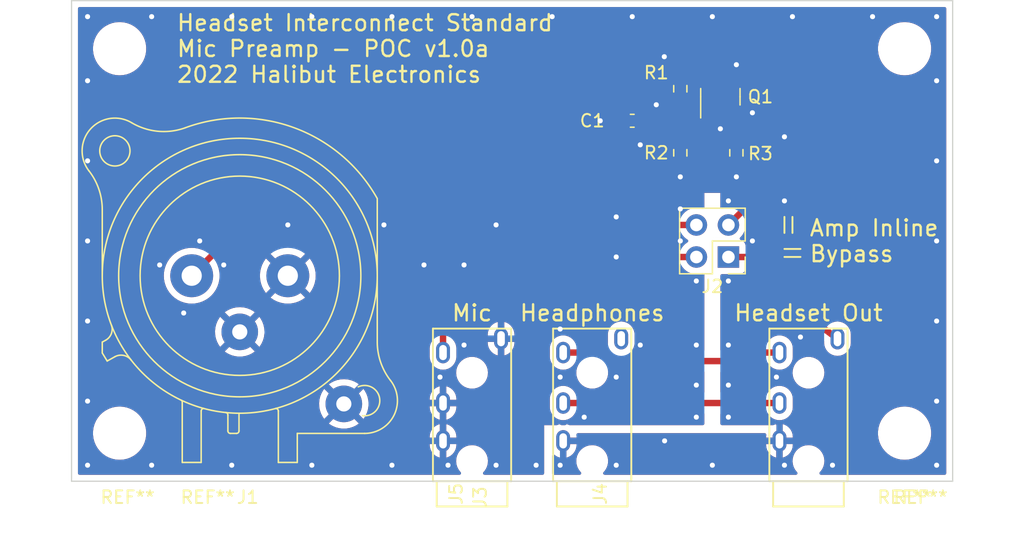
<source format=kicad_pcb>
(kicad_pcb (version 20211014) (generator pcbnew)
  (layers (0 "F.Cu" signal) (31 "B.Cu" signal) (34 "B.Paste" user) (35 "F.Paste" user) (36 "B.SilkS" user "B.Silkscreen") (37 "F.SilkS" user "F.Silkscreen") (38 "B.Mask" user) (39 "F.Mask" user) (44 "Edge.Cuts" user))
  (net 0 "")
  (net 1 "Amp In")
  (net 2 "Net-(C1-Pad2)")
  (net 3 "GND")
  (net 4 "Mic In")
  (net 5 "Mic HIS")
  (net 6 "Amp Out")
  (net 7 "Net-(J3-PadR1)")
  (net 8 "Net-(J3-PadT)")
  (net 10 "Net-(Q1-Pad2)")
  (footprint "Connector_PinHeader_2.54mm:PinHeader_2x02_P2.54mm_Vertical" (layer "F.Cu") (at 134.625 77.475 180)
    (fp_text reference "J2" (at 1.27 -2.33) (layer "F.SilkS"))
    (fp_text value "Mic Amp Bypass")
    (fp_line (start 3.87 -1.33) (end 3.87 3.87) (layer "F.SilkS") (width 0.12))
    (fp_line (start -1.33 -1.33) (end 0 -1.33) (layer "F.SilkS") (width 0.12))
    (fp_line (start 1.27 -1.33) (end 3.87 -1.33) (layer "F.SilkS") (width 0.12))
    (fp_line (start -1.33 0) (end -1.33 -1.33) (layer "F.SilkS") (width 0.12))
    (fp_line (start -1.33 1.27) (end 1.27 1.27) (layer "F.SilkS") (width 0.12))
    (fp_line (start -1.33 3.87) (end 3.87 3.87) (layer "F.SilkS") (width 0.12))
    (fp_line (start -1.33 1.27) (end -1.33 3.87) (layer "F.SilkS") (width 0.12))
    (fp_line (start 1.27 1.27) (end 1.27 -1.33) (layer "F.SilkS") (width 0.12))
    (pad "1" thru_hole rect (at 0 0 180) (size 1.7 1.7) (drill 1) (layers *.Cu *.Mask) (net 5 "Mic HIS"))
    (pad "2" thru_hole oval (at 2.54 0 180) (size 1.7 1.7) (drill 1) (layers *.Cu *.Mask) (net 4 "Mic In"))
    (pad "3" thru_hole oval (at 0 2.54 180) (size 1.7 1.7) (drill 1) (layers *.Cu *.Mask) (net 6 "Amp Out"))
    (pad "4" thru_hole oval (at 2.54 2.54 180) (size 1.7 1.7) (drill 1) (layers *.Cu *.Mask) (net 1 "Amp In"))
  )
  (footprint "Package_TO_SOT_SMD:SOT-23" (layer "F.Cu") (at 133.985 64.77 90)
    (fp_text reference "Q1" (at 0 3.175 180) (layer "F.SilkS"))
    (fp_text value "S9013")
    (fp_line (start 0 -1.56) (end 0.65 -1.56) (layer "F.SilkS") (width 0.12))
    (fp_line (start 0 -1.56) (end -1.675 -1.56) (layer "F.SilkS") (width 0.12))
    (fp_line (start 0 1.56) (end -0.65 1.56) (layer "F.SilkS") (width 0.12))
    (fp_line (start 0 1.56) (end 0.65 1.56) (layer "F.SilkS") (width 0.12))
    (pad "1" smd roundrect (at -0.9375 -0.95 90) (size 1.475 0.6) (layers "F.Cu" "F.Paste" "F.Mask") (net 2 "Net-(C1-Pad2)"))
    (pad "2" smd roundrect (at -0.9375 0.95 90) (size 1.475 0.6) (layers "F.Cu" "F.Paste" "F.Mask") (net 10 "Net-(Q1-Pad2)"))
    (pad "3" smd roundrect (at 0.9375 0 90) (size 1.475 0.6) (layers "F.Cu" "F.Paste" "F.Mask") (net 6 "Amp Out"))
  )
  (footprint "Connector_Audio:Jack_XLR_Neutrik_NC3FAAV2-0_Vertical" (layer "F.Cu") (at 99.695 78.96)
    (fp_text reference "J1" (at -3.175 17.56) (layer "F.SilkS"))
    (fp_text value "XLR3_Ground")
    (fp_line (start -0.75 10.73) (end -0.75 10.73) (layer "F.SilkS") (width 0.12))
    (fp_line (start 0.75 14.8) (end 0.75 12.5) (layer "F.SilkS") (width 0.12))
    (fp_line (start 7.09 5.24) (end 7.09 -6.12) (layer "F.SilkS") (width 0.12))
    (fp_line (start -14.32 6.76) (end -14.71 6.12) (layer "F.SilkS") (width 0.12))
    (fp_line (start -14.71 5.26) (end -14.44 5.11) (layer "F.SilkS") (width 0.12))
    (fp_line (start -0.75 14.8) (end -0.75 10.73) (layer "F.SilkS") (width 0.12))
    (fp_line (start -4.75 11.04) (end -4.75 12.3) (layer "F.SilkS") (width 0.12))
    (fp_line (start -4.07 12.5) (end -4.55 12.5) (layer "F.SilkS") (width 0.12))
    (fp_line (start 0.75 14.8) (end -0.75 14.8) (layer "F.SilkS") (width 0.12))
    (fp_line (start -3.87 10.9) (end -3.87 12.3) (layer "F.SilkS") (width 0.12))
    (fp_line (start 0.75 12.5) (end 6.09 12.5) (layer "F.SilkS") (width 0.12))
    (fp_line (start -13.71 6.42) (end -14.32 6.76) (layer "F.SilkS") (width 0.12))
    (fp_line (start -14.71 6.12) (end -14.71 5.26) (layer "F.SilkS") (width 0.12))
    (fp_line (start -6.87 14.8) (end -8.37 14.8) (layer "F.SilkS") (width 0.12))
    (fp_line (start -8.37 10.03) (end -8.37 14.8) (layer "F.SilkS") (width 0.12))
    (fp_line (start -6.87 14.8) (end -6.87 10.73) (layer "F.SilkS") (width 0.12))
    (fp_line (start -14.71 0) (end -14.71 -5.24) (layer "F.SilkS") (width 0.12))
    (fp_arc (start -4.908418 10.84437) (mid -4.794571 10.914136) (end -4.75 11.04) (layer "F.SilkS") (width 0.12))
    (fp_arc (start -0.949009 10.520288) (mid -0.807671 10.585446) (end -0.75 10.73) (layer "F.SilkS") (width 0.12))
    (fp_arc (start -15.766689 -8.317569) (mid -14.98153 -6.866962) (end -14.71 -5.24) (layer "F.SilkS") (width 0.12))
    (fp_arc (start -3.87 12.3) (mid -3.928579 12.441421) (end -4.07 12.5) (layer "F.SilkS") (width 0.12))
    (fp_arc (start -8.118081 -11.733841) (mid -10.293498 -11.453642) (end -12.38 -12.13) (layer "F.SilkS") (width 0.12))
    (fp_arc (start -6.87 10.73) (mid -6.814828 10.588126) (end -6.678303 10.520799) (layer "F.SilkS") (width 0.12))
    (fp_arc (start -15.761979 -8.309032) (mid -15.65429 -11.620911) (end -12.38 -12.13) (layer "F.SilkS") (width 0.12))
    (fp_arc (start 5.584454 8.809393) (mid 7.279278 9.725021) (end 5.92 11.09) (layer "F.SilkS") (width 0.12))
    (fp_arc (start -4.55 12.5) (mid -4.691421 12.441421) (end -4.75 12.3) (layer "F.SilkS") (width 0.12))
    (fp_arc (start -8.12905 -11.730738) (mid 0.51404 -11.7289) (end 7.09 -6.12) (layer "F.SilkS") (width 0.12))
    (fp_arc (start 8.141619 8.302858) (mid 8.42587 11.041804) (end 6.09 12.5) (layer "F.SilkS") (width 0.12))
    (fp_arc (start -13.969214 3.951372) (mid -13.999461 4.614043) (end -14.44 5.11) (layer "F.SilkS") (width 0.12))
    (fp_arc (start -13.71 6.42) (mid -13.01025 6.315915) (end -12.412202 6.693832) (layer "F.SilkS") (width 0.12))
    (fp_arc (start 8.14247 8.305283) (mid 7.360446 6.860467) (end 7.09 5.24) (layer "F.SilkS") (width 0.12))
    (fp_arc (start -8.436364 9.870864) (mid -8.385177 9.942924) (end -8.37 10.03) (layer "F.SilkS") (width 0.12))
    (fp_circle (center -3.81 0) (end 5.79 0) (layer "F.SilkS") (width 0.12) (fill none))
    (fp_circle (center -3.81 0) (end 7.09 0) (layer "F.SilkS") (width 0.12) (fill none))
    (fp_circle (center -3.81 0) (end 4.09 0) (layer "F.SilkS") (width 0.12) (fill none))
    (fp_circle (center -13.71 -9.9) (end -12.51 -9.9) (layer "F.SilkS") (width 0.12) (fill none))
    (pad "1" thru_hole circle (at 0 0) (size 3.4 3.4) (drill 1.6) (layers *.Cu *.Mask) (net 3 "GND"))
    (pad "2" thru_hole circle (at -7.62 0) (size 3.4 3.4) (drill 1.6) (layers *.Cu *.Mask) (net 4 "Mic In"))
    (pad "3" thru_hole circle (at -3.81 4.45) (size 2.9 2.9) (drill 1.2) (layers *.Cu *.Mask) (net 3 "GND"))
    (pad "G" thru_hole circle (at 4.44 10.16) (size 2.9 2.9) (drill 1.2) (layers *.Cu *.Mask) (net 3 "GND"))
  )
  (footprint "Libraries:Conn-3.5mm-TRRS-PJ-320L" (layer "F.Cu") (at 123.825 95.25 90)
    (fp_text reference "J3" (at -1.27 -8.89 90) (layer "F.SilkS"))
    (fp_text value "Headphone")
    (fp_line (start -2 2.8) (end 0 2.8) (layer "F.SilkS") (width 0.15))
    (fp_line (start 0 -2.8) (end -2 -2.8) (layer "F.SilkS") (width 0.15))
    (fp_line (start 12.1 3.1) (end 12.1 -3.1) (layer "F.SilkS") (width 0.15))
    (fp_line (start -2 -2.8) (end -2 2.8) (layer "F.SilkS") (width 0.15))
    (fp_line (start 0 -3.1) (end 0 3.1) (layer "F.SilkS") (width 0.15))
    (fp_line (start 12.1 -3.1) (end 0 -3.1) (layer "F.SilkS") (width 0.15))
    (fp_line (start 0 3.1) (end 12.1 3.1) (layer "F.SilkS") (width 0.15))
    (pad "" np_thru_hole circle locked (at 8.6 0 90) (size 1.5 1.5) (drill 1.5) (layers *.Cu *.Mask))
    (pad "" np_thru_hole circle locked (at 1.6 0 90) (size 1.5 1.5) (drill 1.5) (layers *.Cu *.Mask))
    (pad "R1" thru_hole oval locked (at 6.2 -2.3 90) (size 1.7 1.1) (drill oval 1.2 0.6) (layers *.Cu *.Mask) (net 7 "Net-(J3-PadR1)"))
    (pad "R2" thru_hole oval locked (at 3.2 -2.3 90) (size 1.7 1.1) (drill oval 1.2 0.6) (layers *.Cu *.Mask) (net 3 "GND"))
    (pad "S" thru_hole oval locked (at 11.3 2.3 90) (size 1.7 1.1) (drill oval 1.2 0.6) (layers *.Cu *.Mask))
    (pad "T" thru_hole oval locked (at 10.2 -2.3 90) (size 1.7 1.1) (drill oval 1.2 0.6) (layers *.Cu *.Mask) (net 8 "Net-(J3-PadT)"))
  )
  (footprint "MountingHole:MountingHole_3.2mm_M3" (layer "F.Cu") (at 86.36 91.44)
    (fp_text reference "REF**" (at 0.635 5.08) (layer "F.SilkS"))
    (fp_text value "MountingHole_3.2mm_M3")
    (pad "" np_thru_hole circle (at 0 0) (size 3.2 3.2) (drill 3.2) (layers *.Cu *.Mask))
  )
  (footprint "MountingHole:MountingHole_3.2mm_M3" (layer "F.Cu") (at 148.59 91.44)
    (fp_text reference "REF**" (at 0 5.08) (layer "F.SilkS"))
    (fp_text value "MountingHole_3.2mm_M3")
    (pad "" np_thru_hole circle (at 0 0) (size 3.2 3.2) (drill 3.2) (layers *.Cu *.Mask))
  )
  (footprint "Resistor_SMD:R_0603_1608Metric_Pad0.98x0.95mm_HandSolder" (layer "F.Cu") (at 130.81 69.215 -90)
    (fp_text reference "R2" (at 0 1.905 180) (layer "F.SilkS"))
    (fp_text value "27k")
    (fp_line (start -0.254724 0.5225) (end 0.254724 0.5225) (layer "F.SilkS") (width 0.12))
    (fp_line (start -0.254724 -0.5225) (end 0.254724 -0.5225) (layer "F.SilkS") (width 0.12))
    (pad "1" smd roundrect (at -0.9125 0 270) (size 0.975 0.95) (layers "F.Cu" "F.Paste" "F.Mask") (net 2 "Net-(C1-Pad2)"))
    (pad "2" smd roundrect (at 0.9125 0 270) (size 0.975 0.95) (layers "F.Cu" "F.Paste" "F.Mask") (net 3 "GND"))
  )
  (footprint "Capacitor_SMD:C_0603_1608Metric_Pad1.08x0.95mm_HandSolder" (layer "F.Cu") (at 127 66.675)
    (fp_text reference "C1" (at -3.175 0) (layer "F.SilkS"))
    (fp_text value "1uF")
    (fp_line (start -0.146267 -0.51) (end 0.146267 -0.51) (layer "F.SilkS") (width 0.12))
    (fp_line (start -0.146267 0.51) (end 0.146267 0.51) (layer "F.SilkS") (width 0.12))
    (pad "1" smd roundrect (at -0.8625 0) (size 1.075 0.95) (layers "F.Cu" "F.Paste" "F.Mask") (net 1 "Amp In"))
    (pad "2" smd roundrect (at 0.8625 0) (size 1.075 0.95) (layers "F.Cu" "F.Paste" "F.Mask") (net 2 "Net-(C1-Pad2)"))
  )
  (footprint "Libraries:Conn-3.5mm-TRRS-PJ-320L" (layer "F.Cu") (at 140.97 95.25 90)
    (fp_text reference "J4" (at -1 -16.51 90) (layer "F.SilkS"))
    (fp_text value "Headset")
    (fp_line (start 12.1 3.1) (end 12.1 -3.1) (layer "F.SilkS") (width 0.15))
    (fp_line (start 0 -2.8) (end -2 -2.8) (layer "F.SilkS") (width 0.15))
    (fp_line (start -2 2.8) (end 0 2.8) (layer "F.SilkS") (width 0.15))
    (fp_line (start 12.1 -3.1) (end 0 -3.1) (layer "F.SilkS") (width 0.15))
    (fp_line (start 0 3.1) (end 12.1 3.1) (layer "F.SilkS") (width 0.15))
    (fp_line (start 0 -3.1) (end 0 3.1) (layer "F.SilkS") (width 0.15))
    (fp_line (start -2 -2.8) (end -2 2.8) (layer "F.SilkS") (width 0.15))
    (pad "" np_thru_hole circle locked (at 1.6 0 90) (size 1.5 1.5) (drill 1.5) (layers *.Cu *.Mask))
    (pad "" np_thru_hole circle locked (at 8.6 0 90) (size 1.5 1.5) (drill 1.5) (layers *.Cu *.Mask))
    (pad "R1" thru_hole oval locked (at 6.2 -2.3 90) (size 1.7 1.1) (drill oval 1.2 0.6) (layers *.Cu *.Mask) (net 7 "Net-(J3-PadR1)"))
    (pad "R2" thru_hole oval locked (at 3.2 -2.3 90) (size 1.7 1.1) (drill oval 1.2 0.6) (layers *.Cu *.Mask) (net 3 "GND"))
    (pad "S" thru_hole oval locked (at 11.3 2.3 90) (size 1.7 1.1) (drill oval 1.2 0.6) (layers *.Cu *.Mask) (net 5 "Mic HIS"))
    (pad "T" thru_hole oval locked (at 10.2 -2.3 90) (size 1.7 1.1) (drill oval 1.2 0.6) (layers *.Cu *.Mask) (net 8 "Net-(J3-PadT)"))
  )
  (footprint "Libraries:Conn-3.5mm-TRRS-PJ-320L" (layer "F.Cu") (at 114.3 95.25 90)
    (fp_text reference "J5" (at -1 -1.27 90) (layer "F.SilkS"))
    (fp_text value "Mic")
    (fp_line (start 0 -2.8) (end -2 -2.8) (layer "F.SilkS") (width 0.15))
    (fp_line (start -2 2.8) (end 0 2.8) (layer "F.SilkS") (width 0.15))
    (fp_line (start 12.1 3.1) (end 12.1 -3.1) (layer "F.SilkS") (width 0.15))
    (fp_line (start 0 3.1) (end 12.1 3.1) (layer "F.SilkS") (width 0.15))
    (fp_line (start 12.1 -3.1) (end 0 -3.1) (layer "F.SilkS") (width 0.15))
    (fp_line (start -2 -2.8) (end -2 2.8) (layer "F.SilkS") (width 0.15))
    (fp_line (start 0 -3.1) (end 0 3.1) (layer "F.SilkS") (width 0.15))
    (pad "" np_thru_hole circle locked (at 8.6 0 90) (size 1.5 1.5) (drill 1.5) (layers *.Cu *.Mask))
    (pad "" np_thru_hole circle locked (at 1.6 0 90) (size 1.5 1.5) (drill 1.5) (layers *.Cu *.Mask))
    (pad "R1" thru_hole oval locked (at 6.2 -2.3 90) (size 1.7 1.1) (drill oval 1.2 0.6) (layers *.Cu *.Mask) (net 3 "GND"))
    (pad "R2" thru_hole oval locked (at 3.2 -2.3 90) (size 1.7 1.1) (drill oval 1.2 0.6) (layers *.Cu *.Mask) (net 3 "GND"))
    (pad "S" thru_hole oval locked (at 11.3 2.3 90) (size 1.7 1.1) (drill oval 1.2 0.6) (layers *.Cu *.Mask) (net 3 "GND"))
    (pad "T" thru_hole oval locked (at 10.2 -2.3 90) (size 1.7 1.1) (drill oval 1.2 0.6) (layers *.Cu *.Mask) (net 4 "Mic In"))
  )
  (footprint "Resistor_SMD:R_0603_1608Metric_Pad0.98x0.95mm_HandSolder" (layer "F.Cu") (at 135.255 69.215 -90)
    (fp_text reference "R3" (at 0.065 -1.905 180) (layer "F.SilkS"))
    (fp_text value "470")
    (fp_line (start -0.254724 0.5225) (end 0.254724 0.5225) (layer "F.SilkS") (width 0.12))
    (fp_line (start -0.254724 -0.5225) (end 0.254724 -0.5225) (layer "F.SilkS") (width 0.12))
    (pad "1" smd roundrect (at -0.9125 0 270) (size 0.975 0.95) (layers "F.Cu" "F.Paste" "F.Mask") (net 10 "Net-(Q1-Pad2)"))
    (pad "2" smd roundrect (at 0.9125 0 270) (size 0.975 0.95) (layers "F.Cu" "F.Paste" "F.Mask") (net 3 "GND"))
  )
  (footprint "MountingHole:MountingHole_3.2mm_M3" (layer "F.Cu") (at 86.36 60.96)
    (fp_text reference "REF**" (at 6.985 35.56) (layer "F.SilkS"))
    (fp_text value "MountingHole_3.2mm_M3")
    (pad "" np_thru_hole circle (at 0 0) (size 3.2 3.2) (drill 3.2) (layers *.Cu *.Mask))
  )
  (footprint "MountingHole:MountingHole_3.2mm_M3" (layer "F.Cu") (at 148.59 60.96)
    (fp_text reference "REF**" (at 1.27 35.56) (layer "F.SilkS"))
    (fp_text value "MountingHole_3.2mm_M3")
    (pad "" np_thru_hole circle (at 0 0) (size 3.2 3.2) (drill 3.2) (layers *.Cu *.Mask))
  )
  (footprint "Resistor_SMD:R_0603_1608Metric_Pad0.98x0.95mm_HandSolder" (layer "F.Cu") (at 130.81 64.135 -90)
    (fp_text reference "R1" (at -1.27 1.905 180) (layer "F.SilkS"))
    (fp_text value "75k")
    (fp_line (start -0.254724 -0.5225) (end 0.254724 -0.5225) (layer "F.SilkS") (width 0.12))
    (fp_line (start -0.254724 0.5225) (end 0.254724 0.5225) (layer "F.SilkS") (width 0.12))
    (pad "1" smd roundrect (at -0.9125 0 270) (size 0.975 0.95) (layers "F.Cu" "F.Paste" "F.Mask") (net 6 "Amp Out"))
    (pad "2" smd roundrect (at 0.9125 0 270) (size 0.975 0.95) (layers "F.Cu" "F.Paste" "F.Mask") (net 2 "Net-(C1-Pad2)"))
  )
  (gr_line (start 139.065 77.47) (end 140.335 77.47) (layer "F.SilkS") (width 0.15))
  (gr_line (start 139.7 75.565) (end 139.7 74.295) (layer "F.SilkS") (width 0.15))
  (gr_line (start 139.065 74.295) (end 139.065 75.565) (layer "F.SilkS") (width 0.15))
  (gr_line (start 139.065 76.835) (end 140.335 76.835) (layer "F.SilkS") (width 0.15))
  (gr_line (start 82.55 95.25) (end 82.55 57.15) (layer "Edge.Cuts") (width 0.1))
  (gr_line (start 82.55 57.15) (end 152.4 57.15) (layer "Edge.Cuts") (width 0.1))
  (gr_line (start 152.4 57.15) (end 152.4 95.25) (layer "Edge.Cuts") (width 0.1))
  (gr_line (start 152.4 95.25) (end 82.55 95.25) (layer "Edge.Cuts") (width 0.1))
  (gr_text "Headset Out" (at 140.97 81.915) (layer "F.SilkS") (effects (font (size 1.27 1.27) (thickness 0.1905))))
  (gr_text "Amp Inline\nBypass" (at 140.97 76.2) (layer "F.SilkS") (effects (font (size 1.27 1.27) (thickness 0.1905)) (justify left)))
  (gr_text "Headphones" (at 123.825 81.915) (layer "F.SilkS") (effects (font (size 1.27 1.27) (thickness 0.1905))))
  (gr_text "Headset Interconnect Standard\nMic Preamp - POC v1.0a\n2022 Halibut Electronics" (at 90.805 60.96) (layer "F.SilkS") (effects (font (size 1.27 1.27) (thickness 0.1905)) (justify left)))
  (gr_text "Mic" (at 114.3 81.915) (layer "F.SilkS") (effects (font (size 1.27 1.27) (thickness 0.1905))))
  (segment (start 128.91 74.935) (end 132.085 74.935) (width 0.508) (layer "F.Cu") (net 1))
  (segment (start 126.1375 72.1625) (end 128.91 74.935) (width 0.508) (layer "F.Cu") (net 1))
  (segment (start 126.1375 66.675) (end 126.1375 72.1625) (width 0.508) (layer "F.Cu") (net 1))
  (segment (start 130.81 66.675) (end 132.0675 66.675) (width 0.508) (layer "F.Cu") (net 2))
  (segment (start 127.8625 66.675) (end 130.81 66.675) (width 0.508) (layer "F.Cu") (net 2))
  (segment (start 130.81 68.3025) (end 130.81 66.675) (width 0.508) (layer "F.Cu") (net 2))
  (segment (start 130.81 66.675) (end 130.81 65.0475) (width 0.508) (layer "F.Cu") (net 2))
  (segment (start 132.0675 66.675) (end 133.035 65.7075) (width 0.508) (layer "F.Cu") (net 2))
  (segment (start 129.565 92.05) (end 121.525 92.05) (width 0.508) (layer "F.Cu") (net 3))
  (segment (start 135.255 70.1275) (end 135.255 71.12) (width 0.508) (layer "F.Cu") (net 3))
  (segment (start 138.67 92.05) (end 129.565 92.05) (width 0.508) (layer "F.Cu") (net 3))
  (segment (start 130.81 70.1275) (end 130.81 71.12) (width 0.508) (layer "F.Cu") (net 3))
  (via (at 134.62 79.375) (size 0.8) (drill 0.4) (layers "F.Cu" "B.Cu") (net 3))
  (via (at 140.335 83.82) (size 0.8) (drill 0.4) (layers "F.Cu" "B.Cu") (net 3))
  (via (at 101.6 93.98) (size 0.8) (drill 0.4) (layers "F.Cu" "B.Cu") (net 3))
  (via (at 133.35 58.42) (size 0.8) (drill 0.4) (layers "F.Cu" "B.Cu") (net 3))
  (via (at 127.635 84.455) (size 0.8) (drill 0.4) (layers "F.Cu" "B.Cu") (net 3))
  (via (at 127.635 68.58) (size 0.8) (drill 0.4) (layers "F.Cu" "B.Cu") (net 3))
  (via (at 136.525 66.04) (size 0.8) (drill 0.4) (layers "F.Cu" "B.Cu") (net 3))
  (via (at 135.255 71.12) (size 0.8) (drill 0.4) (layers "F.Cu" "B.Cu") (net 3))
  (via (at 123.19 90.17) (size 0.8) (drill 0.4) (layers "F.Cu" "B.Cu") (net 3))
  (via (at 92.71 76.2) (size 0.8) (drill 0.4) (layers "F.Cu" "B.Cu") (net 3))
  (via (at 129.54 61.595) (size 0.8) (drill 0.4) (layers "F.Cu" "B.Cu") (net 3))
  (via (at 83.82 88.9) (size 0.8) (drill 0.4) (layers "F.Cu" "B.Cu") (net 3))
  (via (at 129.565 92.05) (size 0.8) (drill 0.4) (layers "F.Cu" "B.Cu") (net 3))
  (via (at 133.35 93.98) (size 0.8) (drill 0.4) (layers "F.Cu" "B.Cu") (net 3))
  (via (at 128.905 65.405) (size 0.8) (drill 0.4) (layers "F.Cu" "B.Cu") (net 3))
  (via (at 121.285 83.185) (size 0.8) (drill 0.4) (layers "F.Cu" "B.Cu") (net 3))
  (via (at 99.695 74.93) (size 0.8) (drill 0.4) (layers "F.Cu" "B.Cu") (net 3))
  (via (at 116.205 74.93) (size 0.8) (drill 0.4) (layers "F.Cu" "B.Cu") (net 3))
  (via (at 120.65 58.42) (size 0.8) (drill 0.4) (layers "F.Cu" "B.Cu") (net 3))
  (via (at 83.82 76.2) (size 0.8) (drill 0.4) (layers "F.Cu" "B.Cu") (net 3))
  (via (at 107.95 58.42) (size 0.8) (drill 0.4) (layers "F.Cu" "B.Cu") (net 3))
  (via (at 130.81 73.66) (size 0.8) (drill 0.4) (layers "F.Cu" "B.Cu") (net 3))
  (via (at 151.13 69.85) (size 0.8) (drill 0.4) (layers "F.Cu" "B.Cu") (net 3))
  (via (at 142.875 93.98) (size 0.8) (drill 0.4) (layers "F.Cu" "B.Cu") (net 3))
  (via (at 139.7 58.42) (size 0.8) (drill 0.4) (layers "F.Cu" "B.Cu") (net 3))
  (via (at 151.13 82.55) (size 0.8) (drill 0.4) (layers "F.Cu" "B.Cu") (net 3))
  (via (at 151.13 63.5) (size 0.8) (drill 0.4) (layers "F.Cu" "B.Cu") (net 3))
  (via (at 83.82 93.98) (size 0.8) (drill 0.4) (layers "F.Cu" "B.Cu") (net 3))
  (via (at 107.315 74.93) (size 0.8) (drill 0.4) (layers "F.Cu" "B.Cu") (net 3))
  (via (at 119.38 93.98) (size 0.8) (drill 0.4) (layers "F.Cu" "B.Cu") (net 3))
  (via (at 125.73 77.47) (size 0.8) (drill 0.4) (layers "F.Cu" "B.Cu") (net 3))
  (via (at 134.62 73.025) (size 0.8) (drill 0.4) (layers "F.Cu" "B.Cu") (net 3))
  (via (at 127 58.42) (size 0.8) (drill 0.4) (layers "F.Cu" "B.Cu") (net 3))
  (via (at 146.05 58.42) (size 0.8) (drill 0.4) (layers "F.Cu" "B.Cu") (net 3))
  (via (at 151.13 93.98) (size 0.8) (drill 0.4) (layers "F.Cu" "B.Cu") (net 3))
  (via (at 134.62 84.455) (size 0.8) (drill 0.4) (layers "F.Cu" "B.Cu") (net 3))
  (via (at 112.395 93.98) (size 0.8) (drill 0.4) (layers "F.Cu" "B.Cu") (net 3))
  (via (at 113.665 78.105) (size 0.8) (drill 0.4) (layers "F.Cu" "B.Cu") (net 3))
  (via (at 132.08 90.17) (size 0.8) (drill 0.4) (layers "F.Cu" "B.Cu") (net 3))
  (via (at 83.82 82.55) (size 0.8) (drill 0.4) (layers "F.Cu" "B.Cu") (net 3))
  (via (at 125.73 93.98) (size 0.8) (drill 0.4) (layers "F.Cu" "B.Cu") (net 3))
  (via (at 101.6 58.42) (size 0.8) (drill 0.4) (layers "F.Cu" "B.Cu") (net 3))
  (via (at 95.25 58.42) (size 0.8) (drill 0.4) (layers "F.Cu" "B.Cu") (net 3))
  (via (at 134.62 90.17) (size 0.8) (drill 0.4) (layers "F.Cu" "B.Cu") (net 3))
  (via (at 88.9 93.98) (size 0.8) (drill 0.4) (layers "F.Cu" "B.Cu") (net 3))
  (via (at 95.25 93.98) (size 0.8) (drill 0.4) (layers "F.Cu" "B.Cu") (net 3))
  (via (at 89.535 78.105) (size 0.8) (drill 0.4) (layers "F.Cu" "B.Cu") (net 3))
  (via (at 132.08 87.63) (size 0.8) (drill 0.4) (layers "F.Cu" "B.Cu") (net 3))
  (via (at 151.13 88.9) (size 0.8) (drill 0.4) (layers "F.Cu" "B.Cu") (net 3))
  (via (at 124.46 66.675) (size 0.8) (drill 0.4) (layers "F.Cu" "B.Cu") (net 3))
  (via (at 125.73 74.295) (size 0.8) (drill 0.4) (layers "F.Cu" "B.Cu") (net 3))
  (via (at 83.82 69.85) (size 0.8) (drill 0.4) (layers "F.Cu" "B.Cu") (net 3))
  (via (at 134.62 87.63) (size 0.8) (drill 0.4) (layers "F.Cu" "B.Cu") (net 3))
  (via (at 94.615 78.105) (size 0.8) (drill 0.4) (layers "F.Cu" "B.Cu") (net 3))
  (via (at 132.08 79.375) (size 0.8) (drill 0.4) (layers "F.Cu" "B.Cu") (net 3))
  (via (at 136.525 76.2) (size 0.8) (drill 0.4) (layers "F.Cu" "B.Cu") (net 3))
  (via (at 114.3 58.42) (size 0.8) (drill 0.4) (layers "F.Cu" "B.Cu") (net 3))
  (via (at 139.065 67.945) (size 0.8) (drill 0.4) (layers "F.Cu" "B.Cu") (net 3))
  (via (at 121.285 93.98) (size 0.8) (drill 0.4) (layers "F.Cu" "B.Cu") (net 3))
  (via (at 135.255 62.23) (size 0.8) (drill 0.4) (layers "F.Cu" "B.Cu") (net 3))
  (via (at 83.82 58.42) (size 0.8) (drill 0.4) (layers "F.Cu" "B.Cu") (net 3))
  (via (at 111.76 86.995) (size 0.8) (drill 0.4) (layers "F.Cu" "B.Cu") (net 3))
  (via (at 132.08 84.455) (size 0.8) (drill 0.4) (layers "F.Cu" "B.Cu") (net 3))
  (via (at 121.285 86.995) (size 0.8) (drill 0.4) (layers "F.Cu" "B.Cu") (net 3))
  (via (at 91.44 81.915) (size 0.8) (drill 0.4) (layers "F.Cu" "B.Cu") (net 3))
  (via (at 116.205 93.98) (size 0.8) (drill 0.4) (layers "F.Cu" "B.Cu") (net 3))
  (via (at 139.065 93.98) (size 0.8) (drill 0.4) (layers "F.Cu" "B.Cu") (net 3))
  (via (at 139.065 73.025) (size 0.8) (drill 0.4) (layers "F.Cu" "B.Cu") (net 3))
  (via (at 133.985 67.31) (size 0.8) (drill 0.4) (layers "F.Cu" "B.Cu") (net 3))
  (via (at 107.95 93.98) (size 0.8) (drill 0.4) (layers "F.Cu" "B.Cu") (net 3))
  (via (at 138.43 86.995) (size 0.8) (drill 0.4) (layers "F.Cu" "B.Cu") (net 3))
  (via (at 125.73 86.995) (size 0.8) (drill 0.4) (layers "F.Cu" "B.Cu") (net 3))
  (via (at 110.49 78.105) (size 0.8) (drill 0.4) (layers "F.Cu" "B.Cu") (net 3))
  (via (at 113.665 84.455) (size 0.8) (drill 0.4) (layers "F.Cu" "B.Cu") (net 3))
  (via (at 130.81 71.12) (size 0.8) (drill 0.4) (layers "F.Cu" "B.Cu") (net 3))
  (via (at 151.13 58.42) (size 0.8) (drill 0.4) (layers "F.Cu" "B.Cu") (net 3))
  (via (at 130.81 76.2) (size 0.8) (drill 0.4) (layers "F.Cu" "B.Cu") (net 3))
  (via (at 151.13 76.2) (size 0.8) (drill 0.4) (layers "F.Cu" "B.Cu") (net 3))
  (via (at 88.9 58.42) (size 0.8) (drill 0.4) (layers "F.Cu" "B.Cu") (net 3))
  (via (at 83.82 63.5) (size 0.8) (drill 0.4) (layers "F.Cu" "B.Cu") (net 3))
  (segment (start 112 76.44) (end 111.76 76.2) (width 0.508) (layer "F.Cu") (net 4))
  (segment (start 127.64 77.475) (end 132.085 77.475) (width 0.508) (layer "F.Cu") (net 4))
  (segment (start 94.835 76.2) (end 92.075 78.96) (width 0.508) (layer "F.Cu") (net 4))
  (segment (start 112 85.05) (end 112 76.44) (width 0.508) (layer "F.Cu") (net 4))
  (segment (start 111.76 76.2) (end 126.365 76.2) (width 0.508) (layer "F.Cu") (net 4))
  (segment (start 111.76 76.2) (end 94.835 76.2) (width 0.508) (layer "F.Cu") (net 4))
  (segment (start 126.365 76.2) (end 127.64 77.475) (width 0.508) (layer "F.Cu") (net 4))
  (segment (start 142.24 83.185) (end 143.27 83.95) (width 0.508) (layer "F.Cu") (net 5))
  (segment (start 136.53 77.475) (end 142.24 83.185) (width 0.508) (layer "F.Cu") (net 5))
  (segment (start 134.625 77.475) (end 136.53 77.475) (width 0.508) (layer "F.Cu") (net 5))
  (segment (start 137.795 71.765) (end 137.795 65.405) (width 0.508) (layer "F.Cu") (net 6))
  (segment (start 136.2225 63.8325) (end 133.985 63.8325) (width 0.508) (layer "F.Cu") (net 6))
  (segment (start 133.375 63.2225) (end 133.985 63.8325) (width 0.508) (layer "F.Cu") (net 6))
  (segment (start 130.81 63.2225) (end 133.375 63.2225) (width 0.508) (layer "F.Cu") (net 6))
  (segment (start 134.625 74.935) (end 137.795 71.765) (width 0.508) (layer "F.Cu") (net 6))
  (segment (start 137.795 65.405) (end 136.2225 63.8325) (width 0.508) (layer "F.Cu") (net 6))
  (segment (start 121.525 89.05) (end 138.67 89.05) (width 0.508) (layer "F.Cu") (net 7))
  (segment (start 124.42 85.05) (end 125.095 85.725) (width 0.508) (layer "F.Cu") (net 8))
  (segment (start 125.095 85.725) (end 135.255 85.725) (width 0.508) (layer "F.Cu") (net 8))
  (segment (start 135.93 85.05) (end 138.67 85.05) (width 0.508) (layer "F.Cu") (net 8))
  (segment (start 135.255 85.725) (end 135.93 85.05) (width 0.508) (layer "F.Cu") (net 8))
  (segment (start 121.525 85.05) (end 124.42 85.05) (width 0.508) (layer "F.Cu") (net 8))
  (segment (start 135.255 68.3025) (end 135.255 66.0275) (width 0.508) (layer "F.Cu") (net 10))
  (segment (start 135.255 66.0275) (end 134.935 65.7075) (width 0.508) (layer "F.Cu") (net 10))
  (zone (net 3) (net_name "GND") (layers F&B.Cu) (connect_pads (clearance 0.508)) (min_thickness 0.254) (fill yes (thermal_gap 0.508) (thermal_bridge_width 0.508))
    (polygon (pts (xy 153.035 95.25) (xy 82.55 95.25) (xy 82.55 57.15) (xy 152.4 57.15)))
  )
  (zone (net 0) (net_name "") (layers F&B.Cu) (connect_pads (clearance 0)) (min_thickness 0.254)
    (keepout (tracks allowed) (vias allowed) (pads allowed) (copperpour not_allowed) (footprints allowed))
    (fill (thermal_gap 0.508) (thermal_bridge_width 0.508))
    (polygon (pts (xy 120.65 95.25) (xy 120.015 95.25) (xy 120.015 90.805) (xy 120.65 90.805)))
  )
  (zone (net 0) (net_name "") (layers F&B.Cu) (connect_pads (clearance 0)) (min_thickness 0.254)
    (keepout (tracks allowed) (vias allowed) (pads allowed) (copperpour not_allowed) (footprints allowed))
    (fill (thermal_gap 0.508) (thermal_bridge_width 0.508))
    (polygon (pts (xy 133.985 91.44) (xy 132.715 91.44) (xy 132.715 72.39) (xy 133.985 72.39)))
  )
  (zone (net 0) (net_name "") (layers F&B.Cu) (connect_pads (clearance 0)) (min_thickness 0.254)
    (keepout (tracks allowed) (vias allowed) (pads allowed) (copperpour not_allowed) (footprints allowed))
    (fill (thermal_gap 0.508) (thermal_bridge_width 0.508))
    (polygon (pts (xy 138.43 91.44) (xy 120.65 91.44) (xy 120.65 90.805) (xy 138.43 90.805)))
  )
)
</source>
